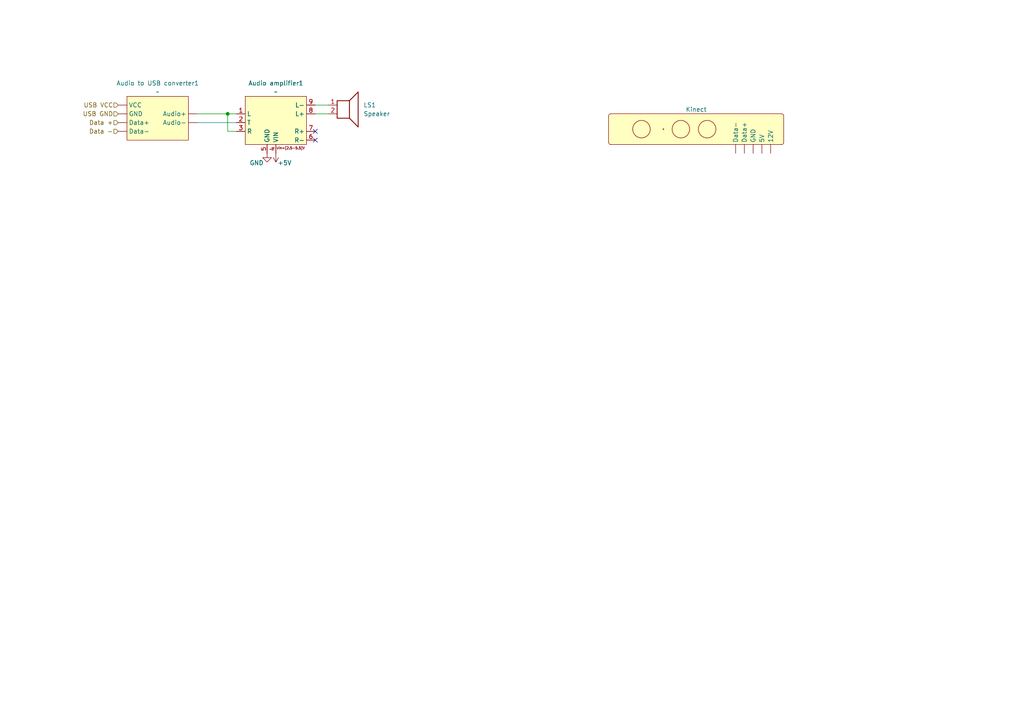
<source format=kicad_sch>
(kicad_sch (version 20231120) (generator "eeschema") (generator_version "8.0")
  (paper "A4")
  (title_block (title "Audio and Video") (date "08.05.2024") (rev "1") (comment 1 "The camera and audio schema") (comment 2 "Takes handles audio input, audio output and video output"))
  (lib_symbols
    (symbol "Device:Speaker" (pin_names (offset 0) hide)
      (property "Reference" "LS" (at 1.27 5.715 0))
      (property "Value" "Speaker" (at 1.27 3.81 0))
      (symbol "Speaker_0_0"
        (rectangle (start -2.54 1.27) (end 1.016 -3.81) (stroke (width 0.254)))
        (polyline (pts (xy 1.016 1.27) (xy 3.556 3.81) (xy 3.556 -6.35) (xy 1.016 -3.81)) (stroke (width 0.254)))
      )
      (symbol "Speaker_1_1"
        (pin input line (at -5.08 0 0) (length 2.54) (name "1") (number "1"))
        (pin input line (at -5.08 -2.54 0) (length 2.54) (name "2") (number "2"))
      )
    )
    (symbol "MARCEL-custom:Audio_to_USB_converter"
      (property "Reference" "Audio to USB converter" (at -0.254 9.144 0))
      (symbol "Audio_to_USB_converter_1_1"
        (rectangle (start -8.89 -6.35) (end 8.89 6.35) (fill (type background)))
        (pin input line (at 11.43 1.27 180) (length 2.54) (name "Audio+") (number ""))
        (pin input line (at 11.43 -1.27 180) (length 2.54) (name "Audio-") (number ""))
        (pin input line (at -11.43 -1.27 0) (length 2.54) (name "Data+") (number ""))
        (pin input line (at -11.43 -3.81 0) (length 2.54) (name "Data-") (number ""))
        (pin input line (at -11.43 1.27 0) (length 2.54) (name "GND") (number ""))
        (pin input line (at -11.43 3.81 0) (length 2.54) (name "VCC") (number ""))
      )
    )
    (symbol "MARCEL-custom:Kinect"
      (property "Reference" "U" (at 0 3.556 0))
      (symbol "Kinect_0_1"
        (arc (start -25.4 -6.985) (mid -25.214 -7.434) (end -24.765 -7.62) (fill (type background)))
        (arc (start -24.765 1.27) (mid -25.214 1.084) (end -25.4 0.635) (fill (type background)))
        (circle (center -15.875 -3.175) (radius 2.54) (fill (type color) (color 0 0 0 1)))
        (circle (center -9.525 -3.175) (radius 0.127) (fill (type color) (color 0 0 0 1)))
        (circle (center -4.445 -3.175) (radius 2.54) (fill (type color) (color 0 0 0 1)))
        (polyline (pts (xy -25.4 -6.985) (xy -25.4 0.635)))
        (polyline (pts (xy -24.765 1.27) (xy 24.765 1.27)))
        (polyline (pts (xy 24.765 -7.62) (xy -24.765 -7.62)))
        (polyline (pts (xy 25.4 0.635) (xy 25.4 -6.985)))
        (circle (center 3.175 -3.175) (radius 2.54) (fill (type color) (color 0 0 0 1)))
        (arc (start 24.765 -7.62) (mid 25.214 -7.434) (end 25.4 -6.985) (fill (type background)))
        (arc (start 25.4 0.635) (mid 25.214 1.084) (end 24.765 1.27) (fill (type background)))
      )
      (symbol "Kinect_1_1"
        (polyline (pts (xy 24.765 1.27) (xy -24.765 1.27) (xy -24.765 -7.62) (xy 24.765 -7.62) (xy 24.765 1.27)) (stroke (width -0.0001)) (fill (type background)))
        (polyline (pts (xy 25.4 0.635) (xy 25.4 -6.985) (xy -25.4 -6.985) (xy -25.4 0.635) (xy 25.4 0.635)) (stroke (width -0.0001)) (fill (type background)))
        (pin input line (at 21.59 -10.16 90) (length 2.54) (name "12V") (number ""))
        (pin input line (at 19.05 -10.16 90) (length 2.54) (name "5V") (number ""))
        (pin input line (at 13.97 -10.16 90) (length 2.54) (name "Data+") (number ""))
        (pin input line (at 11.43 -10.16 90) (length 2.54) (name "Data-") (number ""))
        (pin input line (at 16.51 -10.16 90) (length 2.54) (name "GND") (number ""))
      )
    )
    (symbol "MARCEL-custom:PAM8403"
      (property "Reference" "Audio amplifier" (at 0 9.906 0))
      (symbol "PAM8403_0_0"
        (rectangle (start -8.89 6.35) (end 8.89 -7.62) (fill (type background)))
        (text "vin=[2.5-5.5]V" (at 4.318 -8.636 0) (effects (font (size 0.7 0.7))))
      )
      (symbol "PAM8403_1_1"
        (text private "PAM8403" (at 14.986 -15.494 0) (effects (font (size 1.27 1.27))))
        (pin passive line (at -11.43 1.27 0) (length 2.54) (name "L") (number "1"))
        (pin passive line (at -11.43 -1.27 0) (length 2.54) (name "T") (number "2"))
        (pin passive line (at -11.43 -3.81 0) (length 2.54) (name "R") (number "3"))
        (pin passive line (at 0 -10.16 90) (length 2.54) (name "VIN") (number "4"))
        (pin passive line (at -2.54 -10.16 90) (length 2.54) (name "GND") (number "5"))
        (pin passive line (at 11.43 -6.35 180) (length 2.54) (name "R-") (number "6"))
        (pin passive line (at 11.43 -3.81 180) (length 2.54) (name "R+") (number "7"))
        (pin passive line (at 11.43 1.27 180) (length 2.54) (name "L+") (number "8"))
        (pin passive line (at 11.43 3.81 180) (length 2.54) (name "L-") (number "9"))
      )
    )
    (symbol "power:+5V" (power) (pin_numbers hide) (pin_names (offset 0) hide)
      (property "Value" "+5V" (at 0 3.556 0))
      (symbol "+5V_0_1"
        (polyline (pts (xy -0.762 1.27) (xy 0 2.54)))
        (polyline (pts (xy 0 0) (xy 0 2.54)))
        (polyline (pts (xy 0 2.54) (xy 0.762 1.27)))
      )
      (symbol "+5V_1_1"
        (pin power_in line (at 0 0 90) (length 0) (name "~") (number "1"))
      )
    )
    (symbol "power:GND" (power) (pin_numbers hide) (pin_names (offset 0) hide)
      (property "Value" "GND" (at 0 -3.81 0))
      (symbol "GND_0_1"
        (polyline (pts (xy 0 0) (xy 0 -1.27) (xy 1.27 -1.27) (xy 0 -2.54) (xy -1.27 -1.27) (xy 0 -1.27)))
      )
      (symbol "GND_1_1"
        (pin power_in line (at 0 0 270) (length 0) (name "~") (number "1"))
      )
    )
  )
  (junction (at 66.04 33.02))
  (no_connect (at 91.44 38.1))
  (no_connect (at 91.44 40.64))
  (wire (pts (xy 57.15 35.56) (xy 68.58 35.56)) (stroke (width 0) (color 0 132 132 1)))
  (wire (pts (xy 91.44 30.48) (xy 95.25 30.48)))
  (wire (pts (xy 66.04 33.02) (xy 66.04 38.1)))
  (wire (pts (xy 68.58 33.02) (xy 66.04 33.02)))
  (wire (pts (xy 66.04 38.1) (xy 68.58 38.1)))
  (wire (pts (xy 91.44 33.02) (xy 95.25 33.02)))
  (wire (pts (xy 57.15 33.02) (xy 66.04 33.02)))
  (hierarchical_label "Data -" (shape input) (at 34.29 38.1 180))
  (hierarchical_label "USB GND" (shape input) (at 34.29 33.02 180))
  (hierarchical_label "Data +" (shape input) (at 34.29 35.56 180))
  (hierarchical_label "USB VCC" (shape input) (at 34.29 30.48 180))
  (symbol (lib_id "MARCEL-custom:PAM8403") (at 80.01 34.29 0) (unit 1)
    (property "Reference" "Audio amplifier1" (at 80.01 24.13 0))
    (property "Value" "~" (at 80.01 26.67 0))
  )
  (symbol (lib_id "power:GND") (at 77.47 44.45 0) (unit 1)
    (property "Reference" "#PWR024" (effects (hide yes)))
    (property "Value" "GND" (at 74.422 47.244 0))
    (property "Description" "Power symbol creates a global label with name \"GND\" , ground" (effects (hide yes)))
  )
  (symbol (lib_id "power:+5V") (at 80.01 44.45 180) (unit 1)
    (property "Reference" "#PWR023" (effects (hide yes)))
    (property "Value" "+5V" (at 82.55 47.244 0))
    (property "Description" "Power symbol creates a global label with name \"+5V\"" (effects (hide yes)))
  )
  (symbol (lib_id "Device:Speaker") (at 100.33 30.48 0) (unit 1)
    (property "Reference" "LS1" (at 105.41 30.4799 0) (effects (justify left)))
    (property "Value" "Speaker" (at 105.41 33.0199 0) (effects (justify left)))
    (property "Description" "Speaker" (effects (hide yes)))
  )
  (symbol (lib_id "MARCEL-custom:Audio_to_USB_converter") (at 45.72 34.29 0) (unit 1)
    (property "Reference" "Audio to USB converter1" (at 45.72 24.13 0))
    (property "Value" "~" (at 45.72 26.67 0))
  )
  (symbol (lib_id "MARCEL-custom:Kinect") (at 201.93 34.29 0) (unit 1)
    (property "Reference" "U17" (effects (hide yes)))
    (property "Value" "Kinect" (at 201.93 31.75 0))
  )
)
</source>
